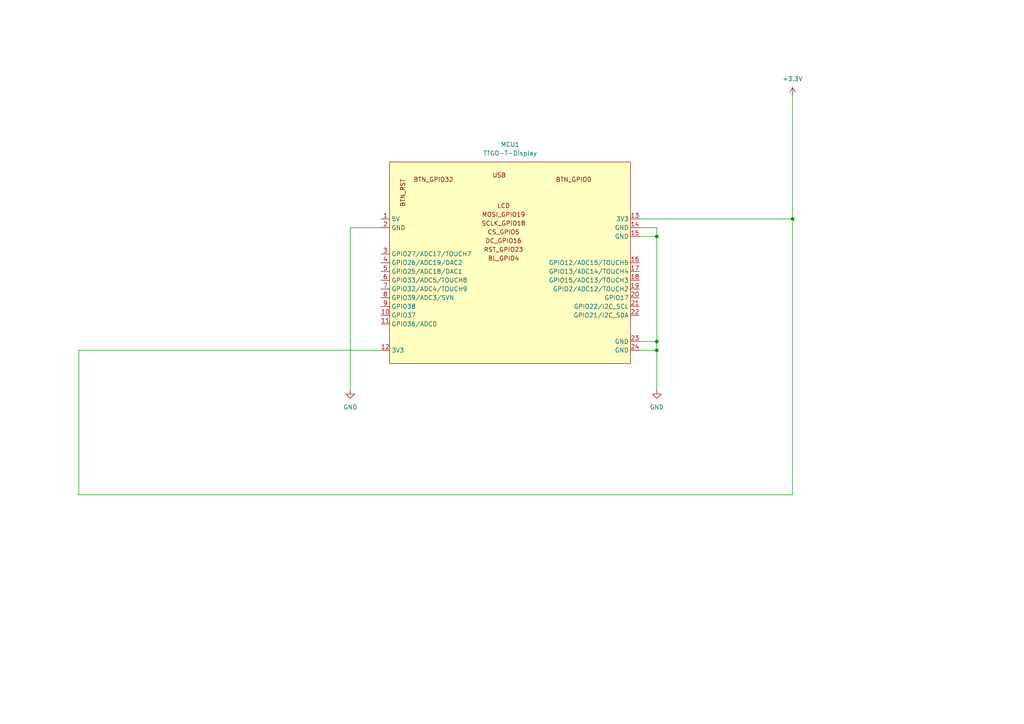
<source format=kicad_sch>
(kicad_sch (version 20230121) (generator eeschema)
  (paper "A4")
  (lib_symbols
    (symbol "TTGO_T_Display:TTGO-T-Display"
      (property "Reference" "MCU" (at 0 0 0))
      (property "Value" "TTGO-T-Display" (at 0 2.54 0))
      (symbol "TTGO-T-Display_0_0"
        (text "BL_GPIO4" (at 1.27 -30.48 0) (effects (font (size 1.27 1.27))))
        (text "BTN_GPIO0" (at 21.59 -7.62 0) (effects (font (size 1.27 1.27))))
        (text "BTN_GPIO32" (at -19.05 -7.62 0) (effects (font (size 1.27 1.27))))
        (text "BTN_RST" (at -27.94 -11.43 900) (effects (font (size 1.27 1.27))))
        (text "CS_GPIO5" (at 1.27 -22.86 0) (effects (font (size 1.27 1.27))))
        (text "DC_GPIO16" (at 1.27 -25.4 0) (effects (font (size 1.27 1.27))))
        (text "LCD" (at 1.27 -15.24 0) (effects (font (size 1.27 1.27))))
        (text "MOSI_GPIO19" (at 1.27 -17.78 0) (effects (font (size 1.27 1.27))))
        (text "RST_GPIO23" (at 1.27 -27.94 0) (effects (font (size 1.27 1.27))))
        (text "SCLK_GPIO18" (at 1.27 -20.32 0) (effects (font (size 1.27 1.27))))
        (text "USB" (at 0 -6.35 0) (effects (font (size 1.27 1.27))))
      )
      (symbol "TTGO-T-Display_0_1"
        (rectangle (start -31.75 -2.54) (end 38.1 -60.96) (fill (type background)))
      )
      (symbol "TTGO-T-Display_1_1"
        (pin power_in line (at -34.29 -19.05 0) (length 2.54) (name "5V") (number "1"))
        (pin bidirectional line (at -34.29 -46.99 0) (length 2.54) (name "GPIO37") (number "10"))
        (pin bidirectional line (at -34.29 -49.53 0) (length 2.54) (name "GPIO36/ADC0") (number "11"))
        (pin power_in line (at -34.29 -57.15 0) (length 2.54) (name "3V3") (number "12"))
        (pin power_in line (at 40.64 -19.05 180) (length 2.54) (name "3V3") (number "13"))
        (pin power_in line (at 40.64 -21.59 180) (length 2.54) (name "GND") (number "14"))
        (pin power_in line (at 40.64 -24.13 180) (length 2.54) (name "GND") (number "15"))
        (pin bidirectional line (at 40.64 -31.75 180) (length 2.54) (name "GPIO12/ADC15/TOUCH5") (number "16"))
        (pin bidirectional line (at 40.64 -34.29 180) (length 2.54) (name "GPIO13/ADC14/TOUCH4") (number "17"))
        (pin bidirectional line (at 40.64 -36.83 180) (length 2.54) (name "GPIO15/ADC13/TOUCH3") (number "18"))
        (pin bidirectional line (at 40.64 -39.37 180) (length 2.54) (name "GPIO2/ADC12/TOUCH2") (number "19"))
        (pin power_in line (at -34.29 -21.59 0) (length 2.54) (name "GND") (number "2"))
        (pin bidirectional line (at 40.64 -41.91 180) (length 2.54) (name "GPIO17") (number "20"))
        (pin bidirectional line (at 40.64 -44.45 180) (length 2.54) (name "GPIO22/I2C_SCL") (number "21"))
        (pin bidirectional line (at 40.64 -46.99 180) (length 2.54) (name "GPIO21/I2C_SDA") (number "22"))
        (pin power_in line (at 40.64 -54.61 180) (length 2.54) (name "GND") (number "23"))
        (pin power_in line (at 40.64 -57.15 180) (length 2.54) (name "GND") (number "24"))
        (pin bidirectional line (at -34.29 -29.21 0) (length 2.54) (name "GPIO27/ADC17/TOUCH7") (number "3"))
        (pin bidirectional line (at -34.29 -31.75 0) (length 2.54) (name "GPIO26/ADC19/DAC2") (number "4"))
        (pin bidirectional line (at -34.29 -34.29 0) (length 2.54) (name "GPIO25/ADC18/DAC1") (number "5"))
        (pin bidirectional line (at -34.29 -36.83 0) (length 2.54) (name "GPIO33/ADC5/TOUCH8") (number "6"))
        (pin bidirectional line (at -34.29 -39.37 0) (length 2.54) (name "GPIO32/ADC4/TOUCH9") (number "7"))
        (pin bidirectional line (at -34.29 -41.91 0) (length 2.54) (name "GPIO39/ADC3/SVN") (number "8"))
        (pin bidirectional line (at -34.29 -44.45 0) (length 2.54) (name "GPIO38") (number "9"))
      )
    )
    (symbol "power:+3.3V" (power) (pin_names (offset 0))
      (property "Value" "+3.3V" (at 0 3.556 0))
      (symbol "+3.3V_0_1"
        (polyline (pts (xy -0.762 1.27) (xy 0 2.54)))
        (polyline (pts (xy 0 0) (xy 0 2.54)))
        (polyline (pts (xy 0 2.54) (xy 0.762 1.27)))
      )
      (symbol "+3.3V_1_1"
        (pin power_in line (at 0 0 90) (length 0) hide (name "+3.3V") (number "1"))
      )
    )
    (symbol "power:GND" (power) (pin_names (offset 0))
      (property "Value" "GND" (at 0 -3.81 0))
      (symbol "GND_0_1"
        (polyline (pts (xy 0 0) (xy 0 -1.27) (xy 1.27 -1.27) (xy 0 -2.54) (xy -1.27 -1.27) (xy 0 -1.27)))
      )
      (symbol "GND_1_1"
        (pin power_in line (at 0 0 270) (length 0) hide (name "GND") (number "1"))
      )
    )
  )
  (junction (at 190.5 68.58))
  (junction (at 229.87 63.5))
  (junction (at 190.5 99.06))
  (junction (at 190.5 101.6))
  (wire (pts (xy 190.5 99.06) (xy 190.5 101.6)))
  (wire (pts (xy 190.5 101.6) (xy 185.42 101.6)))
  (wire (pts (xy 190.5 66.04) (xy 190.5 68.58)))
  (wire (pts (xy 101.6 66.04) (xy 110.49 66.04)))
  (wire (pts (xy 229.87 27.94) (xy 229.87 63.5)))
  (wire (pts (xy 190.5 68.58) (xy 190.5 99.06)))
  (wire (pts (xy 22.86 143.51) (xy 22.86 101.6)))
  (wire (pts (xy 110.49 101.6) (xy 22.86 101.6)))
  (wire (pts (xy 185.42 66.04) (xy 190.5 66.04)))
  (wire (pts (xy 190.5 101.6) (xy 190.5 113.03)))
  (wire (pts (xy 229.87 63.5) (xy 229.87 143.51)))
  (wire (pts (xy 185.42 68.58) (xy 190.5 68.58)))
  (wire (pts (xy 185.42 63.5) (xy 229.87 63.5)))
  (wire (pts (xy 229.87 143.51) (xy 22.86 143.51)))
  (wire (pts (xy 101.6 113.03) (xy 101.6 66.04)))
  (wire (pts (xy 185.42 99.06) (xy 190.5 99.06)))
  (symbol (lib_id "power:GND") (at 190.5 113.03 0) (unit 1)
    (property "Reference" "#PWR012" (effects hide))
    (property "Value" "GND" (at 190.5 118.11 0))
  )
  (symbol (lib_id "power:GND") (at 101.6 113.03 0) (unit 1)
    (property "Reference" "#PWR013" (effects hide))
    (property "Value" "GND" (at 101.6 118.11 0))
  )
  (symbol (lib_id "TTGO_T_Display:TTGO-T-Display") (at 144.78 44.45 0) (unit 1)
    (property "Reference" "MCU1" (at 147.955 41.91 0))
    (property "Value" "TTGO-T-Display" (at 147.955 44.45 0))
    (property "Footprint" "TTGO_T_Display:TTGO-T-Display" (effects hide))
  )
  (symbol (lib_id "power:+3.3V") (at 229.87 27.94 0) (unit 1)
    (property "Reference" "#PWR010" (effects hide))
    (property "Value" "+3.3V" (at 229.87 22.86 0))
  )
)
</source>
